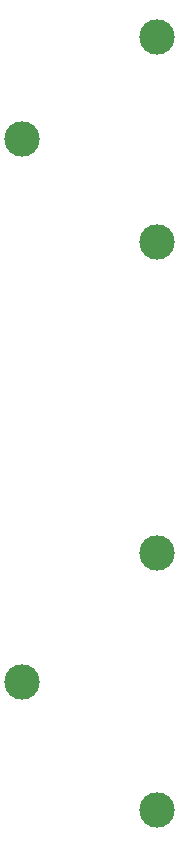
<source format=gbr>
%TF.GenerationSoftware,Altium Limited,Altium Designer,25.2.1 (25)*%
G04 Layer_Color=0*
%FSLAX45Y45*%
%MOMM*%
%TF.SameCoordinates,263333B9-CEA0-44AE-B74E-27EC067FB1C6*%
%TF.FilePolarity,Positive*%
%TF.FileFunction,NonPlated,1,2,NPTH,Drill*%
%TF.Part,Single*%
G01*
G75*
%TA.AperFunction,ComponentDrill*%
%ADD44C,2.99000*%
D44*
X1028300Y3034800D02*
D03*
X2171300Y4121800D02*
D03*
Y1947800D02*
D03*
X1028300Y7626100D02*
D03*
X2171300Y8491100D02*
D03*
Y6761100D02*
D03*
%TF.MD5,621168cad00c2193c6f0558e8ddd0c00*%
M02*

</source>
